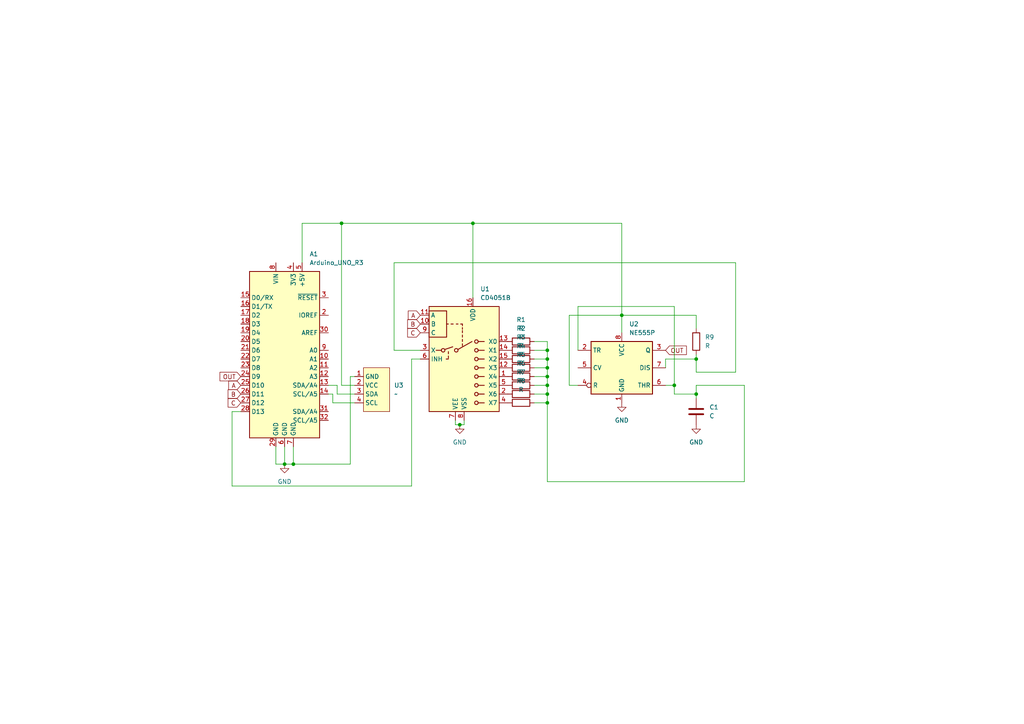
<source format=kicad_sch>
(kicad_sch (version 20250114) (generator "eeschema") (generator_version "9.0")
  (paper "A4")
  (title_block (title "BEE 425 Capacitance Meter || V. Andral, D. DeBruler"))
  (lib_symbols
    (symbol "Analog_Switch:CD4051B"
      (property "Reference" "U" (at -10.16 16.51 0))
      (property "Value" "CD4051B" (at 3.81 16.51 0))
      (symbol "CD4051B_0_1"
        (rectangle (start -10.16 15.24) (end 10.16 -15.24) (stroke (width 0.254)) (fill (type background)))
        (rectangle (start -10.16 6.35) (end -5.08 13.97) (stroke (width 0.254)))
        (polyline (pts (xy -8.128 2.54) (xy -6.604 2.54)) (stroke (width 0.254)))
        (circle (center -6.096 2.54) (radius 0.508) (stroke (width 0.254)))
        (polyline (pts (xy -5.588 2.794) (xy -3.302 3.556)) (stroke (width 0.254)))
        (polyline (pts (xy -4.572 10.16) (xy -5.08 10.16)) (stroke (width 0.254)))
        (polyline (pts (xy -4.572 1.524) (xy -4.572 2.159)) (stroke (width 0.254)))
        (polyline (pts (xy -4.572 0.254) (xy -4.572 0.889)) (stroke (width 0.254)))
        (polyline (pts (xy -4.572 0) (xy -5.207 0)) (stroke (width 0.254)))
        (polyline (pts (xy -3.81 10.16) (xy -3.175 10.16)) (stroke (width 0.254)))
        (circle (center -2.286 2.54) (radius 0.508) (stroke (width 0.254)))
        (polyline (pts (xy -1.778 10.16) (xy -2.286 10.16)) (stroke (width 0.254)))
        (polyline (pts (xy -1.778 2.794) (xy 2.286 5.08)) (stroke (width 0.254)))
        (polyline (pts (xy -0.508 10.16) (xy -1.016 10.16)) (stroke (width 0.254)))
        (polyline (pts (xy -0.508 9.652) (xy -0.508 10.16)) (stroke (width 0.254)))
        (polyline (pts (xy -0.508 8.636) (xy -0.508 9.144)) (stroke (width 0.254)))
        (polyline (pts (xy -0.508 7.62) (xy -0.508 8.255)) (stroke (width 0.254)))
        (polyline (pts (xy -0.508 6.35) (xy -0.508 6.985)) (stroke (width 0.254)))
        (polyline (pts (xy -0.508 5.08) (xy -0.508 5.715)) (stroke (width 0.254)))
        (polyline (pts (xy -0.508 3.81) (xy -0.508 4.445)) (stroke (width 0.254)))
        (circle (center 3.556 5.08) (radius 0.508) (stroke (width 0.254)))
        (circle (center 3.556 2.54) (radius 0.508) (stroke (width 0.254)))
        (circle (center 3.556 0) (radius 0.508) (stroke (width 0.254)))
        (circle (center 3.556 -2.54) (radius 0.508) (stroke (width 0.254)))
        (circle (center 3.556 -5.08) (radius 0.508) (stroke (width 0.254)))
        (circle (center 3.556 -7.62) (radius 0.508) (stroke (width 0.254)))
        (circle (center 3.556 -10.16) (radius 0.508) (stroke (width 0.254)))
        (circle (center 3.556 -12.7) (radius 0.508) (stroke (width 0.254)))
        (polyline (pts (xy 4.064 5.08) (xy 5.842 5.08)) (stroke (width 0.254)))
        (polyline (pts (xy 4.064 2.54) (xy 5.842 2.54)) (stroke (width 0.254)))
        (polyline (pts (xy 4.064 0) (xy 5.842 0)) (stroke (width 0.254)))
        (polyline (pts (xy 4.064 -2.54) (xy 5.842 -2.54)) (stroke (width 0.254)))
        (polyline (pts (xy 4.064 -5.08) (xy 5.842 -5.08)) (stroke (width 0.254)))
        (polyline (pts (xy 4.064 -7.62) (xy 5.842 -7.62)) (stroke (width 0.254)))
        (polyline (pts (xy 4.064 -10.16) (xy 5.842 -10.16)) (stroke (width 0.254)))
        (polyline (pts (xy 4.064 -12.7) (xy 5.842 -12.7)) (stroke (width 0.254)))
      )
      (symbol "CD4051B_1_1"
        (pin input line (at -12.7 12.7 0) (length 2.54) (name "A") (number "11"))
        (pin input line (at -12.7 10.16 0) (length 2.54) (name "B") (number "10"))
        (pin input line (at -12.7 7.62 0) (length 2.54) (name "C") (number "9"))
        (pin bidirectional line (at -12.7 2.54 0) (length 2.54) (name "X") (number "3"))
        (pin input line (at -12.7 0 0) (length 2.54) (name "INH") (number "6"))
        (pin power_in line (at -2.54 -17.78 90) (length 2.54) (name "VEE") (number "7"))
        (pin power_in line (at 0 -17.78 90) (length 2.54) (name "VSS") (number "8"))
        (pin power_in line (at 2.54 17.78 270) (length 2.54) (name "VDD") (number "16"))
        (pin bidirectional line (at 12.7 5.08 180) (length 2.54) (name "X0") (number "13"))
        (pin bidirectional line (at 12.7 2.54 180) (length 2.54) (name "X1") (number "14"))
        (pin bidirectional line (at 12.7 0 180) (length 2.54) (name "X2") (number "15"))
        (pin bidirectional line (at 12.7 -2.54 180) (length 2.54) (name "X3") (number "12"))
        (pin bidirectional line (at 12.7 -5.08 180) (length 2.54) (name "X4") (number "1"))
        (pin bidirectional line (at 12.7 -7.62 180) (length 2.54) (name "X5") (number "5"))
        (pin bidirectional line (at 12.7 -10.16 180) (length 2.54) (name "X6") (number "2"))
        (pin bidirectional line (at 12.7 -12.7 180) (length 2.54) (name "X7") (number "4"))
      )
    )
    (symbol "Device:C" (pin_numbers (hide yes)) (pin_names (offset 0.254))
      (property "Reference" "C" (at 0.635 2.54 0))
      (property "Value" "C" (at 0.635 -2.54 0))
      (symbol "C_0_1"
        (polyline (pts (xy -2.032 0.762) (xy 2.032 0.762)) (stroke (width 0.508)))
        (polyline (pts (xy -2.032 -0.762) (xy 2.032 -0.762)) (stroke (width 0.508)))
      )
      (symbol "C_1_1"
        (pin passive line (at 0 3.81 270) (length 2.794) (name "~") (number "1"))
        (pin passive line (at 0 -3.81 90) (length 2.794) (name "~") (number "2"))
      )
    )
    (symbol "Device:R" (pin_numbers (hide yes)) (pin_names (offset 0))
      (property "Reference" "R" (at 2.032 0 90))
      (property "Value" "R" (at 0 0 90))
      (symbol "R_0_1"
        (rectangle (start -1.016 -2.54) (end 1.016 2.54) (stroke (width 0.254)))
      )
      (symbol "R_1_1"
        (pin passive line (at 0 3.81 270) (length 1.27) (name "~") (number "1"))
        (pin passive line (at 0 -3.81 90) (length 1.27) (name "~") (number "2"))
      )
    )
    (symbol "LCD_I2C_Vlad:LCD_I2C"
      (property "Reference" "U" (at 0 0 0))
      (symbol "LCD_I2C_1_1"
        (rectangle (start 2.54 6.35) (end 10.16 -6.35) (fill (type background)))
        (pin power_in line (at 0 3.81 0) (length 2.54) (name "GND") (number "1"))
        (pin power_in line (at 0 1.27 0) (length 2.54) (name "VCC") (number "2"))
        (pin bidirectional line (at 0 -1.27 0) (length 2.54) (name "SDA") (number "3"))
        (pin bidirectional line (at 0 -3.81 0) (length 2.54) (name "SCL") (number "4"))
      )
    )
    (symbol "MCU_Module:Arduino_UNO_R3"
      (property "Reference" "A" (at -10.16 23.495 0))
      (property "Value" "Arduino_UNO_R3" (at 5.08 -26.67 0))
      (symbol "Arduino_UNO_R3_0_1"
        (rectangle (start -10.16 22.86) (end 10.16 -25.4) (stroke (width 0.254)) (fill (type background)))
      )
      (symbol "Arduino_UNO_R3_1_1"
        (pin bidirectional line (at -12.7 15.24 0) (length 2.54) (name "D0/RX") (number "15"))
        (pin bidirectional line (at -12.7 12.7 0) (length 2.54) (name "D1/TX") (number "16"))
        (pin bidirectional line (at -12.7 10.16 0) (length 2.54) (name "D2") (number "17"))
        (pin bidirectional line (at -12.7 7.62 0) (length 2.54) (name "D3") (number "18"))
        (pin bidirectional line (at -12.7 5.08 0) (length 2.54) (name "D4") (number "19"))
        (pin bidirectional line (at -12.7 2.54 0) (length 2.54) (name "D5") (number "20"))
        (pin bidirectional line (at -12.7 0 0) (length 2.54) (name "D6") (number "21"))
        (pin bidirectional line (at -12.7 -2.54 0) (length 2.54) (name "D7") (number "22"))
        (pin bidirectional line (at -12.7 -5.08 0) (length 2.54) (name "D8") (number "23"))
        (pin bidirectional line (at -12.7 -7.62 0) (length 2.54) (name "D9") (number "24"))
        (pin bidirectional line (at -12.7 -10.16 0) (length 2.54) (name "D10") (number "25"))
        (pin bidirectional line (at -12.7 -12.7 0) (length 2.54) (name "D11") (number "26"))
        (pin bidirectional line (at -12.7 -15.24 0) (length 2.54) (name "D12") (number "27"))
        (pin bidirectional line (at -12.7 -17.78 0) (length 2.54) (name "D13") (number "28"))
        (pin no_connect line (at -10.16 -20.32 0) (length 2.54) (hide yes) (name "NC") (number "1"))
        (pin power_in line (at -2.54 25.4 270) (length 2.54) (name "VIN") (number "8"))
        (pin power_in line (at -2.54 -27.94 90) (length 2.54) (name "GND") (number "29"))
        (pin power_in line (at 0 -27.94 90) (length 2.54) (name "GND") (number "6"))
        (pin power_out line (at 2.54 25.4 270) (length 2.54) (name "3V3") (number "4"))
        (pin power_in line (at 2.54 -27.94 90) (length 2.54) (name "GND") (number "7"))
        (pin power_out line (at 5.08 25.4 270) (length 2.54) (name "+5V") (number "5"))
        (pin input line (at 12.7 15.24 180) (length 2.54) (name "~{RESET}") (number "3"))
        (pin output line (at 12.7 10.16 180) (length 2.54) (name "IOREF") (number "2"))
        (pin input line (at 12.7 5.08 180) (length 2.54) (name "AREF") (number "30"))
        (pin bidirectional line (at 12.7 0 180) (length 2.54) (name "A0") (number "9"))
        (pin bidirectional line (at 12.7 -2.54 180) (length 2.54) (name "A1") (number "10"))
        (pin bidirectional line (at 12.7 -5.08 180) (length 2.54) (name "A2") (number "11"))
        (pin bidirectional line (at 12.7 -7.62 180) (length 2.54) (name "A3") (number "12"))
        (pin bidirectional line (at 12.7 -10.16 180) (length 2.54) (name "SDA/A4") (number "13"))
        (pin bidirectional line (at 12.7 -12.7 180) (length 2.54) (name "SCL/A5") (number "14"))
        (pin bidirectional line (at 12.7 -17.78 180) (length 2.54) (name "SDA/A4") (number "31"))
        (pin bidirectional line (at 12.7 -20.32 180) (length 2.54) (name "SCL/A5") (number "32"))
      )
    )
    (symbol "Timer:NE555P"
      (property "Reference" "U" (at -10.16 8.89 0))
      (property "Value" "NE555P" (at 2.54 8.89 0))
      (symbol "NE555P_0_0"
        (pin power_in line (at 0 10.16 270) (length 2.54) (name "VCC") (number "8"))
        (pin power_in line (at 0 -10.16 90) (length 2.54) (name "GND") (number "1"))
      )
      (symbol "NE555P_0_1"
        (rectangle (start -8.89 -7.62) (end 8.89 7.62) (stroke (width 0.254)) (fill (type background)))
        (rectangle (start -8.89 -7.62) (end 8.89 7.62) (stroke (width 0.254)) (fill (type background)))
      )
      (symbol "NE555P_1_1"
        (pin input line (at -12.7 5.08 0) (length 3.81) (name "TR") (number "2"))
        (pin input line (at -12.7 0 0) (length 3.81) (name "CV") (number "5"))
        (pin input inverted (at -12.7 -5.08 0) (length 3.81) (name "R") (number "4"))
        (pin output line (at 12.7 5.08 180) (length 3.81) (name "Q") (number "3"))
        (pin input line (at 12.7 0 180) (length 3.81) (name "DIS") (number "7"))
        (pin input line (at 12.7 -5.08 180) (length 3.81) (name "THR") (number "6"))
      )
    )
    (symbol "power:GND" (power) (pin_numbers (hide yes)) (pin_names (offset 0) (hide yes))
      (property "Value" "GND" (at 0 -3.81 0))
      (symbol "GND_0_1"
        (polyline (pts (xy 0 0) (xy 0 -1.27) (xy 1.27 -1.27) (xy 0 -2.54) (xy -1.27 -1.27) (xy 0 -1.27)))
      )
      (symbol "GND_1_1"
        (pin power_in line (at 0 0 270) (length 0) (name "~") (number "1"))
      )
    )
  )
  (junction (at 133.35 123.19))
  (junction (at 201.93 114.3))
  (junction (at 158.75 104.14))
  (junction (at 195.58 111.76))
  (junction (at 158.75 111.76))
  (junction (at 158.75 114.3))
  (junction (at 82.55 134.62))
  (junction (at 158.75 101.6))
  (junction (at 201.93 104.14))
  (junction (at 158.75 109.22))
  (junction (at 137.16 64.77))
  (junction (at 85.09 134.62))
  (junction (at 158.75 106.68))
  (junction (at 180.34 91.44))
  (junction (at 99.06 64.77))
  (junction (at 158.75 116.84))
  (wire (pts (xy 97.79 114.3) (xy 97.79 111.76)))
  (wire (pts (xy 201.93 111.76) (xy 201.93 114.3)))
  (wire (pts (xy 99.06 64.77) (xy 137.16 64.77)))
  (wire (pts (xy 132.08 123.19) (xy 133.35 123.19)))
  (wire (pts (xy 167.64 88.9) (xy 195.58 88.9)))
  (wire (pts (xy 67.31 140.97) (xy 119.38 140.97)))
  (wire (pts (xy 158.75 109.22) (xy 158.75 111.76)))
  (wire (pts (xy 154.94 116.84) (xy 158.75 116.84)))
  (wire (pts (xy 201.93 114.3) (xy 201.93 115.57)))
  (wire (pts (xy 158.75 104.14) (xy 158.75 106.68)))
  (wire (pts (xy 137.16 64.77) (xy 137.16 86.36)))
  (wire (pts (xy 201.93 102.87) (xy 201.93 104.14)))
  (wire (pts (xy 167.64 101.6) (xy 167.64 88.9)))
  (wire (pts (xy 158.75 116.84) (xy 158.75 139.7)))
  (wire (pts (xy 201.93 91.44) (xy 201.93 95.25)))
  (wire (pts (xy 158.75 139.7) (xy 215.9 139.7)))
  (wire (pts (xy 215.9 139.7) (xy 215.9 111.76)))
  (wire (pts (xy 201.93 114.3) (xy 195.58 114.3)))
  (wire (pts (xy 154.94 104.14) (xy 158.75 104.14)))
  (wire (pts (xy 154.94 111.76) (xy 158.75 111.76)))
  (wire (pts (xy 99.06 111.76) (xy 99.06 64.77)))
  (wire (pts (xy 102.87 116.84) (xy 96.52 116.84)))
  (wire (pts (xy 96.52 114.3) (xy 95.25 114.3)))
  (wire (pts (xy 180.34 91.44) (xy 165.1 91.44)))
  (wire (pts (xy 154.94 114.3) (xy 158.75 114.3)))
  (wire (pts (xy 87.63 76.2) (xy 87.63 64.77)))
  (wire (pts (xy 85.09 129.54) (xy 85.09 134.62)))
  (wire (pts (xy 80.01 134.62) (xy 82.55 134.62)))
  (wire (pts (xy 165.1 111.76) (xy 167.64 111.76)))
  (wire (pts (xy 97.79 111.76) (xy 95.25 111.76)))
  (wire (pts (xy 69.85 119.38) (xy 67.31 119.38)))
  (wire (pts (xy 158.75 99.06) (xy 158.75 101.6)))
  (wire (pts (xy 165.1 91.44) (xy 165.1 111.76)))
  (wire (pts (xy 82.55 134.62) (xy 85.09 134.62)))
  (wire (pts (xy 201.93 104.14) (xy 201.93 107.95)))
  (wire (pts (xy 101.6 109.22) (xy 101.6 134.62)))
  (wire (pts (xy 195.58 114.3) (xy 195.58 111.76)))
  (wire (pts (xy 158.75 114.3) (xy 158.75 116.84)))
  (wire (pts (xy 193.04 104.14) (xy 193.04 106.68)))
  (wire (pts (xy 119.38 140.97) (xy 119.38 104.14)))
  (wire (pts (xy 213.36 76.2) (xy 114.3 76.2)))
  (wire (pts (xy 133.35 123.19) (xy 134.62 123.19)))
  (wire (pts (xy 201.93 107.95) (xy 213.36 107.95)))
  (wire (pts (xy 180.34 91.44) (xy 201.93 91.44)))
  (wire (pts (xy 102.87 111.76) (xy 99.06 111.76)))
  (wire (pts (xy 80.01 129.54) (xy 80.01 134.62)))
  (wire (pts (xy 201.93 104.14) (xy 193.04 104.14)))
  (wire (pts (xy 132.08 121.92) (xy 132.08 123.19)))
  (wire (pts (xy 134.62 123.19) (xy 134.62 121.92)))
  (wire (pts (xy 114.3 101.6) (xy 121.92 101.6)))
  (wire (pts (xy 67.31 119.38) (xy 67.31 140.97)))
  (wire (pts (xy 102.87 109.22) (xy 101.6 109.22)))
  (wire (pts (xy 154.94 99.06) (xy 158.75 99.06)))
  (wire (pts (xy 102.87 114.3) (xy 97.79 114.3)))
  (wire (pts (xy 195.58 88.9) (xy 195.58 111.76)))
  (wire (pts (xy 137.16 64.77) (xy 180.34 64.77)))
  (wire (pts (xy 96.52 116.84) (xy 96.52 114.3)))
  (wire (pts (xy 213.36 107.95) (xy 213.36 76.2)))
  (wire (pts (xy 193.04 111.76) (xy 195.58 111.76)))
  (wire (pts (xy 180.34 91.44) (xy 180.34 96.52)))
  (wire (pts (xy 180.34 64.77) (xy 180.34 91.44)))
  (wire (pts (xy 119.38 104.14) (xy 121.92 104.14)))
  (wire (pts (xy 87.63 64.77) (xy 99.06 64.77)))
  (wire (pts (xy 154.94 101.6) (xy 158.75 101.6)))
  (wire (pts (xy 158.75 106.68) (xy 158.75 109.22)))
  (wire (pts (xy 215.9 111.76) (xy 201.93 111.76)))
  (wire (pts (xy 158.75 111.76) (xy 158.75 114.3)))
  (wire (pts (xy 114.3 76.2) (xy 114.3 101.6)))
  (wire (pts (xy 82.55 129.54) (xy 82.55 134.62)))
  (wire (pts (xy 154.94 106.68) (xy 158.75 106.68)))
  (wire (pts (xy 158.75 101.6) (xy 158.75 104.14)))
  (wire (pts (xy 154.94 109.22) (xy 158.75 109.22)))
  (wire (pts (xy 101.6 134.62) (xy 85.09 134.62)))
  (global_label "A" (shape input) (at 121.92 91.44 180) (property "Intersheetrefs" "${INTERSHEET_REFS}" (effects (hide yes))))
  (global_label "OUT" (shape input) (at 69.85 109.22 180) (property "Intersheetrefs" "${INTERSHEET_REFS}" (effects (hide yes))))
  (global_label "B" (shape input) (at 121.92 93.98 180) (property "Intersheetrefs" "${INTERSHEET_REFS}" (effects (hide yes))))
  (global_label "OUT" (shape input) (at 193.04 101.6 0) (property "Intersheetrefs" "${INTERSHEET_REFS}" (effects (hide yes))))
  (global_label "B" (shape input) (at 69.85 114.3 180) (property "Intersheetrefs" "${INTERSHEET_REFS}" (effects (hide yes))))
  (global_label "A" (shape input) (at 69.85 111.76 180) (property "Intersheetrefs" "${INTERSHEET_REFS}" (effects (hide yes))))
  (global_label "C" (shape input) (at 121.92 96.52 180) (property "Intersheetrefs" "${INTERSHEET_REFS}" (effects (hide yes))))
  (global_label "C" (shape input) (at 69.85 116.84 180) (property "Intersheetrefs" "${INTERSHEET_REFS}" (effects (hide yes))))
  (symbol (lib_id "LCD_I2C_Vlad:LCD_I2C") (at 102.87 113.03 0) (unit 1)
    (property "Reference" "U3" (at 114.3 111.7599 0) (effects (justify left)))
    (property "Value" "~" (at 114.3 114.2999 0) (effects (justify left)))
    (property "Footprint" "LCD_I2C_Vlad:LCD_I2C" (effects (hide yes)))
  )
  (symbol (lib_id "Device:R") (at 151.13 101.6 90) (unit 1)
    (property "Reference" "R2" (at 151.13 95.25 90))
    (property "Value" "R" (at 151.13 97.79 90))
    (property "Footprint" "Resistor_THT:R_Axial_DIN0204_L3.6mm_D1.6mm_P7.62mm_Horizontal" (effects (hide yes)))
    (property "Description" "Resistor" (effects (hide yes)))
  )
  (symbol (lib_id "Device:R") (at 151.13 106.68 90) (unit 1)
    (property "Reference" "R4" (at 151.13 100.33 90))
    (property "Value" "R" (at 151.13 102.87 90))
    (property "Footprint" "Resistor_THT:R_Axial_DIN0204_L3.6mm_D1.6mm_P7.62mm_Horizontal" (effects (hide yes)))
    (property "Description" "Resistor" (effects (hide yes)))
  )
  (symbol (lib_id "power:GND") (at 201.93 123.19 0) (unit 1)
    (property "Reference" "#PWR03" (effects (hide yes)))
    (property "Value" "GND" (at 201.93 128.27 0))
    (property "Description" "Power symbol creates a global label with name \"GND\" , ground" (effects (hide yes)))
  )
  (symbol (lib_id "Device:R") (at 151.13 114.3 90) (unit 1)
    (property "Reference" "R7" (at 151.13 107.95 90))
    (property "Value" "R" (at 151.13 110.49 90))
    (property "Footprint" "Resistor_THT:R_Axial_DIN0204_L3.6mm_D1.6mm_P7.62mm_Horizontal" (effects (hide yes)))
    (property "Description" "Resistor" (effects (hide yes)))
  )
  (symbol (lib_id "Device:R") (at 151.13 99.06 90) (unit 1)
    (property "Reference" "R1" (at 151.13 92.71 90))
    (property "Value" "R" (at 151.13 95.25 90))
    (property "Footprint" "Resistor_THT:R_Axial_DIN0204_L3.6mm_D1.6mm_P7.62mm_Horizontal" (effects (hide yes)))
    (property "Description" "Resistor" (effects (hide yes)))
  )
  (symbol (lib_id "Analog_Switch:CD4051B") (at 134.62 104.14 0) (unit 1)
    (property "Reference" "U1" (at 139.3033 83.82 0) (effects (justify left)))
    (property "Value" "CD4051B" (at 139.3033 86.36 0) (effects (justify left)))
    (property "Footprint" "TI_CD4051BE:TI_CD4051BE" (effects (hide yes)))
    (property "Datasheet" "http://www.ti.com/lit/ds/symlink/cd4052b.pdf" (effects (hide yes)))
    (property "Description" "CMOS single 8-channel analog multiplexer demultiplexer, TSSOP-16/DIP-16/SOIC-16" (effects (hide yes)))
  )
  (symbol (lib_id "Timer:NE555P") (at 180.34 106.68 0) (unit 1)
    (property "Reference" "U2" (at 182.4833 93.98 0) (effects (justify left)))
    (property "Value" "NE555P" (at 182.4833 96.52 0) (effects (justify left)))
    (property "Footprint" "Package_DIP:DIP-8_W7.62mm" (effects (hide yes)))
    (property "Datasheet" "http://www.ti.com/lit/ds/symlink/ne555.pdf" (effects (hide yes)))
    (property "Description" "Precision Timers, 555 compatible,  PDIP-8" (effects (hide yes)))
  )
  (symbol (lib_id "Device:R") (at 151.13 104.14 90) (unit 1)
    (property "Reference" "R3" (at 151.13 97.79 90))
    (property "Value" "R" (at 151.13 100.33 90))
    (property "Footprint" "Resistor_THT:R_Axial_DIN0204_L3.6mm_D1.6mm_P7.62mm_Horizontal" (effects (hide yes)))
    (property "Description" "Resistor" (effects (hide yes)))
  )
  (symbol (lib_id "MCU_Module:Arduino_UNO_R3") (at 82.55 101.6 0) (unit 1)
    (property "Reference" "A1" (at 89.7733 73.66 0) (effects (justify left)))
    (property "Value" "Arduino_UNO_R3" (at 89.7733 76.2 0) (effects (justify left)))
    (property "Footprint" "Module:Arduino_UNO_R3" (effects (hide yes)))
    (property "Datasheet" "https://www.arduino.cc/en/Main/arduinoBoardUno" (effects (hide yes)))
    (property "Description" "Arduino UNO Microcontroller Module, release 3" (effects (hide yes)))
  )
  (symbol (lib_id "power:GND") (at 133.35 123.19 0) (unit 1)
    (property "Reference" "#PWR04" (effects (hide yes)))
    (property "Value" "GND" (at 133.35 128.27 0))
    (property "Description" "Power symbol creates a global label with name \"GND\" , ground" (effects (hide yes)))
  )
  (symbol (lib_id "Device:C") (at 201.93 119.38 0) (unit 1)
    (property "Reference" "C1" (at 205.74 118.1099 0) (effects (justify left)))
    (property "Value" "C" (at 205.74 120.6499 0) (effects (justify left)))
    (property "Footprint" "Capacitor_THT:C_Disc_D6.0mm_W4.4mm_P5.00mm" (effects (hide yes)))
    (property "Description" "Unpolarized capacitor" (effects (hide yes)))
  )
  (symbol (lib_id "Device:R") (at 151.13 116.84 90) (unit 1)
    (property "Reference" "R8" (at 151.13 110.49 90))
    (property "Value" "R" (at 151.13 113.03 90))
    (property "Footprint" "Resistor_THT:R_Axial_DIN0204_L3.6mm_D1.6mm_P7.62mm_Horizontal" (effects (hide yes)))
    (property "Description" "Resistor" (effects (hide yes)))
  )
  (symbol (lib_id "Device:R") (at 201.93 99.06 0) (unit 1)
    (property "Reference" "R9" (at 204.47 97.7899 0) (effects (justify left)))
    (property "Value" "R" (at 204.47 100.3299 0) (effects (justify left)))
    (property "Footprint" "Resistor_THT:R_Axial_DIN0204_L3.6mm_D1.6mm_P7.62mm_Horizontal" (effects (hide yes)))
    (property "Description" "Resistor" (effects (hide yes)))
  )
  (symbol (lib_id "power:GND") (at 82.55 134.62 0) (unit 1)
    (property "Reference" "#PWR01" (effects (hide yes)))
    (property "Value" "GND" (at 82.55 139.7 0))
    (property "Description" "Power symbol creates a global label with name \"GND\" , ground" (effects (hide yes)))
  )
  (symbol (lib_id "Device:R") (at 151.13 109.22 90) (unit 1)
    (property "Reference" "R5" (at 151.13 102.87 90))
    (property "Value" "R" (at 151.13 105.41 90))
    (property "Footprint" "Resistor_THT:R_Axial_DIN0204_L3.6mm_D1.6mm_P7.62mm_Horizontal" (effects (hide yes)))
    (property "Description" "Resistor" (effects (hide yes)))
  )
  (symbol (lib_id "power:GND") (at 180.34 116.84 0) (unit 1)
    (property "Reference" "#PWR02" (effects (hide yes)))
    (property "Value" "GND" (at 180.34 121.92 0))
    (property "Description" "Power symbol creates a global label with name \"GND\" , ground" (effects (hide yes)))
  )
  (symbol (lib_id "Device:R") (at 151.13 111.76 90) (unit 1)
    (property "Reference" "R6" (at 151.13 105.41 90))
    (property "Value" "R" (at 151.13 107.95 90))
    (property "Footprint" "Resistor_THT:R_Axial_DIN0204_L3.6mm_D1.6mm_P7.62mm_Horizontal" (effects (hide yes)))
    (property "Description" "Resistor" (effects (hide yes)))
  )
)
</source>
